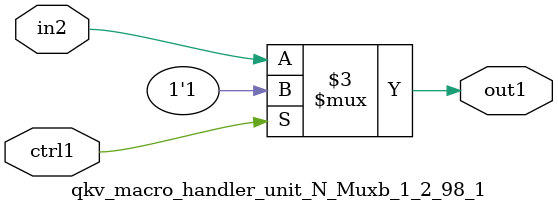
<source format=v>

`timescale 1ps / 1ps


module qkv_macro_handler_unit_N_Muxb_1_2_98_1( in2, ctrl1, out1 );

    input in2;
    input ctrl1;
    output out1;
    reg out1;

    
    // rtl_process:qkv_macro_handler_unit_N_Muxb_1_2_98_1/qkv_macro_handler_unit_N_Muxb_1_2_98_1_thread_1
    always @*
      begin : qkv_macro_handler_unit_N_Muxb_1_2_98_1_thread_1
        case (ctrl1) 
          1'b1: 
            begin
              out1 = 1'b1;
            end
          default: 
            begin
              out1 = in2;
            end
        endcase
      end

endmodule



</source>
